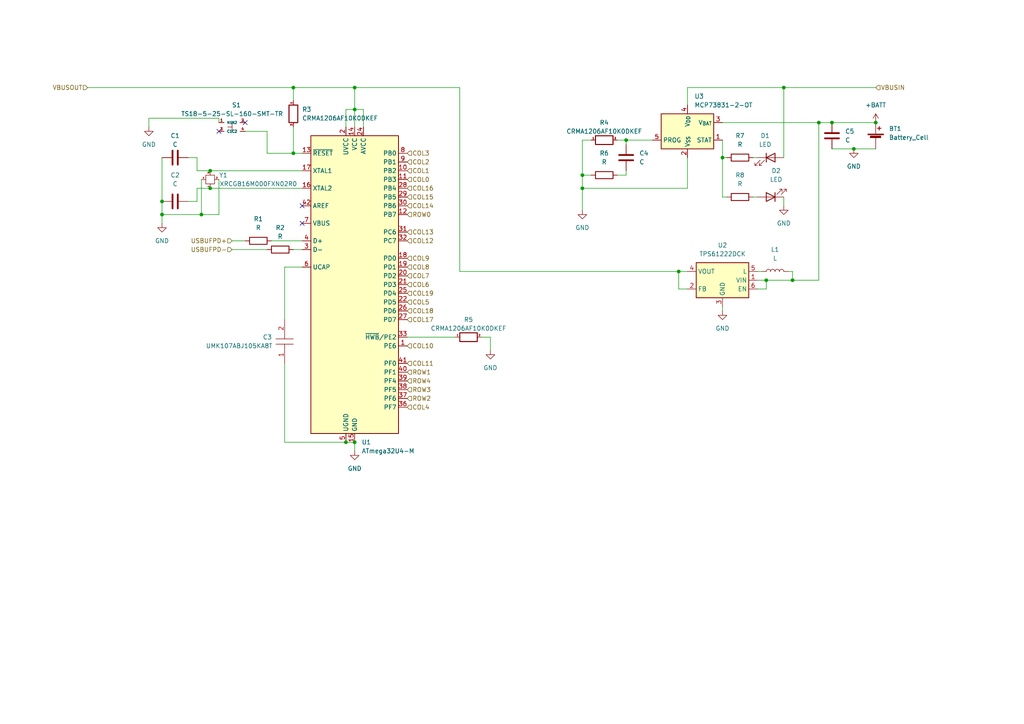
<source format=kicad_sch>
(kicad_sch (version 20230121) (generator eeschema)
  (paper "A4")
  (lib_symbols
    (symbol "Battery_Management:MCP73831-2-OT"
      (property "Reference" "U" (at -7.62 6.35 0))
      (property "Value" "MCP73831-2-OT" (at 1.27 6.35 0))
      (symbol "MCP73831-2-OT_0_1"
        (rectangle (start -7.62 5.08) (end 7.62 -5.08) (stroke (width 0.254)) (fill (type background)))
      )
      (symbol "MCP73831-2-OT_1_1"
        (pin output line (at 10.16 -2.54 180) (length 2.54) (name "STAT") (number "1"))
        (pin power_in line (at 0 -7.62 90) (length 2.54) (name "V_{SS}") (number "2"))
        (pin power_out line (at 10.16 2.54 180) (length 2.54) (name "V_{BAT}") (number "3"))
        (pin power_in line (at 0 7.62 270) (length 2.54) (name "V_{DD}") (number "4"))
        (pin input line (at -10.16 -2.54 0) (length 2.54) (name "PROG") (number "5"))
      )
    )
    (symbol "CRMA1206AF10K0DKEF_1" (pin_names (offset 0.762))
      (property "Reference" "R3" (at 2.54 -3.1749 90))
      (property "Value" "CRMA1206AF10K0DKEF" (at 2.54 -5.7149 90))
      (symbol "CRMA1206AF10K0DKEF_1_0_0"
        (pin passive line (at -3.81 0 0) (length 1.27) (name "~") (number "1"))
        (pin passive line (at 3.81 0 180) (length 1.27) (name "~") (number "2"))
      )
      (symbol "CRMA1206AF10K0DKEF_1_0_1"
        (polyline (pts (xy -2.54 1.27) (xy 2.54 1.27) (xy 2.54 -1.27) (xy -2.54 -1.27) (xy -2.54 1.27)) (stroke (width 0.3)))
      )
    )
    (symbol "Device:Battery_Cell" (pin_numbers hide) (pin_names (offset 0) hide)
      (property "Reference" "BT" (at 2.54 2.54 0))
      (property "Value" "Battery_Cell" (at 2.54 0 0))
      (symbol "Battery_Cell_0_1"
        (rectangle (start -2.286 1.778) (end 2.286 1.524) (fill (type outline)))
        (rectangle (start -1.5748 1.1938) (end 1.4732 0.6858) (fill (type outline)))
        (polyline (pts (xy 0 0.762) (xy 0 0)))
        (polyline (pts (xy 0 1.778) (xy 0 2.54)))
        (polyline (pts (xy 0.508 3.429) (xy 1.524 3.429)) (stroke (width 0.254)))
        (polyline (pts (xy 1.016 3.937) (xy 1.016 2.921)) (stroke (width 0.254)))
      )
      (symbol "Battery_Cell_1_1"
        (pin passive line (at 0 5.08 270) (length 2.54) (name "+") (number "1"))
        (pin passive line (at 0 -2.54 90) (length 2.54) (name "-") (number "2"))
      )
    )
    (symbol "Device:C" (pin_numbers hide) (pin_names (offset 0.254))
      (property "Reference" "C" (at 0.635 2.54 0))
      (property "Value" "C" (at 0.635 -2.54 0))
      (symbol "C_0_1"
        (polyline (pts (xy -2.032 -0.762) (xy 2.032 -0.762)) (stroke (width 0.508)))
        (polyline (pts (xy -2.032 0.762) (xy 2.032 0.762)) (stroke (width 0.508)))
      )
      (symbol "C_1_1"
        (pin passive line (at 0 3.81 270) (length 2.794) (name "~") (number "1"))
        (pin passive line (at 0 -3.81 90) (length 2.794) (name "~") (number "2"))
      )
    )
    (symbol "Device:L" (pin_numbers hide) (pin_names (offset 1.016) hide)
      (property "Reference" "L" (at -1.27 0 90))
      (property "Value" "L" (at 1.905 0 90))
      (symbol "L_0_1"
        (arc (start 0 -2.54) (mid 0.6323 -1.905) (end 0 -1.27))
        (arc (start 0 -1.27) (mid 0.6323 -0.635) (end 0 0))
        (arc (start 0 0) (mid 0.6323 0.635) (end 0 1.27))
        (arc (start 0 1.27) (mid 0.6323 1.905) (end 0 2.54))
      )
      (symbol "L_1_1"
        (pin passive line (at 0 3.81 270) (length 1.27) (name "1") (number "1"))
        (pin passive line (at 0 -3.81 90) (length 1.27) (name "2") (number "2"))
      )
    )
    (symbol "Device:LED" (pin_numbers hide) (pin_names (offset 1.016) hide)
      (property "Reference" "D" (at 0 2.54 0))
      (property "Value" "LED" (at 0 -2.54 0))
      (symbol "LED_0_1"
        (polyline (pts (xy -1.27 -1.27) (xy -1.27 1.27)) (stroke (width 0.254)))
        (polyline (pts (xy -1.27 0) (xy 1.27 0)))
        (polyline (pts (xy 1.27 -1.27) (xy 1.27 1.27) (xy -1.27 0) (xy 1.27 -1.27)) (stroke (width 0.254)))
        (polyline (pts (xy -3.048 -0.762) (xy -4.572 -2.286) (xy -3.81 -2.286) (xy -4.572 -2.286) (xy -4.572 -1.524)))
        (polyline (pts (xy -1.778 -0.762) (xy -3.302 -2.286) (xy -2.54 -2.286) (xy -3.302 -2.286) (xy -3.302 -1.524)))
      )
      (symbol "LED_1_1"
        (pin passive line (at -3.81 0 0) (length 2.54) (name "K") (number "1"))
        (pin passive line (at 3.81 0 180) (length 2.54) (name "A") (number "2"))
      )
    )
    (symbol "Device:R" (pin_numbers hide) (pin_names (offset 0))
      (property "Reference" "R" (at 2.032 0 90))
      (property "Value" "R" (at 0 0 90))
      (symbol "R_0_1"
        (rectangle (start -1.016 -2.54) (end 1.016 2.54) (stroke (width 0.254)))
      )
      (symbol "R_1_1"
        (pin passive line (at 0 3.81 270) (length 1.27) (name "~") (number "1"))
        (pin passive line (at 0 -3.81 90) (length 1.27) (name "~") (number "2"))
      )
    )
    (symbol "MCU_Microchip_ATmega:ATmega32U4-M"
      (property "Reference" "U" (at -12.7 44.45 0))
      (property "Value" "ATmega32U4-M" (at 2.54 -44.45 0))
      (symbol "ATmega32U4-M_0_1"
        (rectangle (start -12.7 -43.18) (end 12.7 43.18) (stroke (width 0.254)) (fill (type background)))
      )
      (symbol "ATmega32U4-M_1_1"
        (pin bidirectional line (at 15.24 -17.78 180) (length 2.54) (name "PE6") (number "1"))
        (pin bidirectional line (at 15.24 33.02 180) (length 2.54) (name "PB2") (number "10"))
        (pin bidirectional line (at 15.24 30.48 180) (length 2.54) (name "PB3") (number "11"))
        (pin bidirectional line (at 15.24 20.32 180) (length 2.54) (name "PB7") (number "12"))
        (pin input line (at -15.24 38.1 0) (length 2.54) (name "~{RESET}") (number "13"))
        (pin power_in line (at 0 45.72 270) (length 2.54) (name "VCC") (number "14"))
        (pin power_in line (at 0 -45.72 90) (length 2.54) (name "GND") (number "15"))
        (pin output line (at -15.24 27.94 0) (length 2.54) (name "XTAL2") (number "16"))
        (pin input line (at -15.24 33.02 0) (length 2.54) (name "XTAL1") (number "17"))
        (pin bidirectional line (at 15.24 7.62 180) (length 2.54) (name "PD0") (number "18"))
        (pin bidirectional line (at 15.24 5.08 180) (length 2.54) (name "PD1") (number "19"))
        (pin power_in line (at -2.54 45.72 270) (length 2.54) (name "UVCC") (number "2"))
        (pin bidirectional line (at 15.24 2.54 180) (length 2.54) (name "PD2") (number "20"))
        (pin bidirectional line (at 15.24 0 180) (length 2.54) (name "PD3") (number "21"))
        (pin bidirectional line (at 15.24 -5.08 180) (length 2.54) (name "PD5") (number "22"))
        (pin passive line (at 0 -45.72 90) (length 2.54) hide (name "GND") (number "23"))
        (pin power_in line (at 2.54 45.72 270) (length 2.54) (name "AVCC") (number "24"))
        (pin bidirectional line (at 15.24 -2.54 180) (length 2.54) (name "PD4") (number "25"))
        (pin bidirectional line (at 15.24 -7.62 180) (length 2.54) (name "PD6") (number "26"))
        (pin bidirectional line (at 15.24 -10.16 180) (length 2.54) (name "PD7") (number "27"))
        (pin bidirectional line (at 15.24 27.94 180) (length 2.54) (name "PB4") (number "28"))
        (pin bidirectional line (at 15.24 25.4 180) (length 2.54) (name "PB5") (number "29"))
        (pin bidirectional line (at -15.24 10.16 0) (length 2.54) (name "D-") (number "3"))
        (pin bidirectional line (at 15.24 22.86 180) (length 2.54) (name "PB6") (number "30"))
        (pin bidirectional line (at 15.24 15.24 180) (length 2.54) (name "PC6") (number "31"))
        (pin bidirectional line (at 15.24 12.7 180) (length 2.54) (name "PC7") (number "32"))
        (pin bidirectional line (at 15.24 -15.24 180) (length 2.54) (name "~{HWB}/PE2") (number "33"))
        (pin passive line (at 0 45.72 270) (length 2.54) hide (name "VCC") (number "34"))
        (pin passive line (at 0 -45.72 90) (length 2.54) hide (name "GND") (number "35"))
        (pin bidirectional line (at 15.24 -35.56 180) (length 2.54) (name "PF7") (number "36"))
        (pin bidirectional line (at 15.24 -33.02 180) (length 2.54) (name "PF6") (number "37"))
        (pin bidirectional line (at 15.24 -30.48 180) (length 2.54) (name "PF5") (number "38"))
        (pin bidirectional line (at 15.24 -27.94 180) (length 2.54) (name "PF4") (number "39"))
        (pin bidirectional line (at -15.24 12.7 0) (length 2.54) (name "D+") (number "4"))
        (pin bidirectional line (at 15.24 -25.4 180) (length 2.54) (name "PF1") (number "40"))
        (pin bidirectional line (at 15.24 -22.86 180) (length 2.54) (name "PF0") (number "41"))
        (pin passive line (at -15.24 22.86 0) (length 2.54) (name "AREF") (number "42"))
        (pin passive line (at 0 -45.72 90) (length 2.54) hide (name "GND") (number "43"))
        (pin passive line (at 2.54 45.72 270) (length 2.54) hide (name "AVCC") (number "44"))
        (pin passive line (at 0 -45.72 90) (length 2.54) hide (name "GND") (number "45"))
        (pin passive line (at -2.54 -45.72 90) (length 2.54) (name "UGND") (number "5"))
        (pin passive line (at -15.24 5.08 0) (length 2.54) (name "UCAP") (number "6"))
        (pin input line (at -15.24 17.78 0) (length 2.54) (name "VBUS") (number "7"))
        (pin bidirectional line (at 15.24 38.1 180) (length 2.54) (name "PB0") (number "8"))
        (pin bidirectional line (at 15.24 35.56 180) (length 2.54) (name "PB1") (number "9"))
      )
    )
    (symbol "Regulator_Switching:TPS61222DCK"
      (property "Reference" "U" (at -7.62 6.35 0))
      (property "Value" "TPS61222DCK" (at 2.54 6.35 0))
      (symbol "TPS61222DCK_0_1"
        (rectangle (start -7.62 5.08) (end 7.62 -5.08) (stroke (width 0.254)) (fill (type background)))
      )
      (symbol "TPS61222DCK_1_1"
        (pin power_in line (at -10.16 0 0) (length 2.54) (name "VIN") (number "1"))
        (pin input line (at 10.16 -2.54 180) (length 2.54) (name "FB") (number "2"))
        (pin power_in line (at 0 -7.62 90) (length 2.54) (name "GND") (number "3"))
        (pin power_out line (at 10.16 2.54 180) (length 2.54) (name "VOUT") (number "4"))
        (pin power_in line (at -10.16 2.54 0) (length 2.54) (name "L") (number "5"))
        (pin input line (at -10.16 -2.54 0) (length 2.54) (name "EN") (number "6"))
      )
    )
    (symbol "keyboard_syms:CRMA1206AF10K0DKEF" (pin_names (offset 0.762))
      (property "Reference" "R" (at 6.35 6.35 0))
      (property "Value" "CRMA1206AF10K0DKEF" (at 6.35 3.81 0))
      (symbol "CRMA1206AF10K0DKEF_0_0"
        (pin passive line (at -3.81 0 0) (length 1.27) (name "~") (number "1"))
        (pin passive line (at 3.81 0 180) (length 1.27) (name "~") (number "2"))
      )
      (symbol "CRMA1206AF10K0DKEF_0_1"
        (polyline (pts (xy -2.54 1.27) (xy 2.54 1.27) (xy 2.54 -1.27) (xy -2.54 -1.27) (xy -2.54 1.27)) (stroke (width 0.3)))
      )
    )
    (symbol "keyboard_syms:TS18-5-25-SL-160-SMT-TR" (pin_names (offset 0.762))
      (property "Reference" "S" (at 3.81 5.08 0))
      (property "Value" "TS18-5-25-SL-160-SMT-TR" (at -10.16 2.54 0))
      (symbol "TS18-5-25-SL-160-SMT-TR_0_0"
        (pin passive line (at 0 -1.27 0) (length 1.5) (name "N1") (number "1"))
        (pin passive line (at 7.62 -1.27 180) (length 1.5) (name "N2") (number "2"))
        (pin passive line (at 0 -3.81 0) (length 1.5) (name "C1") (number "3"))
        (pin passive line (at 7.62 -3.81 180) (length 1.5) (name "C2") (number "4"))
      )
      (symbol "TS18-5-25-SL-160-SMT-TR_0_1"
        (polyline (pts (xy 3.81 -2.54) (xy 2.54 -2.54)))
        (polyline (pts (xy 3.81 -1.27) (xy 3.81 -3.81)))
        (polyline (pts (xy 7.62 -3.81) (xy 7.62 -3.81)))
      )
    )
    (symbol "keyboard_syms:UMK107ABJ105KA8T" (pin_names (offset 0.762))
      (property "Reference" "C" (at 8.89 6.35 0))
      (property "Value" "UMK107ABJ105KA8T" (at 8.89 3.81 0))
      (symbol "UMK107ABJ105KA8T_0_0"
        (pin passive line (at 0 0 0) (length 5.08) (name "~") (number "1"))
        (pin passive line (at 12.7 0 180) (length 5.08) (name "~") (number "2"))
      )
      (symbol "UMK107ABJ105KA8T_0_1"
        (polyline (pts (xy 5.08 0) (xy 5.588 0)) (stroke (width 0.1524)))
        (polyline (pts (xy 5.588 2.54) (xy 5.588 -2.54)) (stroke (width 0.1524)))
        (polyline (pts (xy 7.112 0) (xy 7.62 0)) (stroke (width 0.1524)))
        (polyline (pts (xy 7.112 2.54) (xy 7.112 -2.54)) (stroke (width 0.1524)))
      )
    )
    (symbol "keyboard_syms:XRCGB16M000FXN02R0" (pin_names (offset 0.762))
      (property "Reference" "Y" (at 11.2189 7.3459 0))
      (property "Value" "XRCGB16M000FXN02R0" (at 11.2189 4.8059 0))
      (symbol "XRCGB16M000FXN02R0_0_0"
        (pin passive line (at 0 -2.54 90) (length 1.2) (name "") (number "1"))
        (pin passive line (at 2.54 0 180) (length 1.2) (name "") (number "2"))
        (pin passive line (at 0 2.54 270) (length 1.2) (name "") (number "3"))
        (pin passive line (at -2.54 0 0) (length 1.2) (name "") (number "4"))
      )
      (symbol "XRCGB16M000FXN02R0_0_1"
        (rectangle (start -1.27 1.27) (end 1.27 -1.27))
        (rectangle (start 2.54 -1.27) (end 2.54 -1.27))
      )
    )
    (symbol "power:+BATT" (power) (pin_names (offset 0))
      (property "Value" "+BATT" (at 0 3.556 0))
      (symbol "+BATT_0_1"
        (polyline (pts (xy -0.762 1.27) (xy 0 2.54)))
        (polyline (pts (xy 0 0) (xy 0 2.54)))
        (polyline (pts (xy 0 2.54) (xy 0.762 1.27)))
      )
      (symbol "+BATT_1_1"
        (pin power_in line (at 0 0 90) (length 0) hide (name "+BATT") (number "1"))
      )
    )
    (symbol "power:GND" (power) (pin_names (offset 0))
      (property "Value" "GND" (at 0 -3.81 0))
      (symbol "GND_0_1"
        (polyline (pts (xy 0 0) (xy 0 -1.27) (xy 1.27 -1.27) (xy 0 -2.54) (xy -1.27 -1.27) (xy 0 -1.27)))
      )
      (symbol "GND_1_1"
        (pin power_in line (at 0 0 270) (length 0) hide (name "GND") (number "1"))
      )
    )
  )
  (junction (at 229.87 81.28))
  (junction (at 181.61 40.64))
  (junction (at 46.99 58.42))
  (junction (at 102.87 25.4))
  (junction (at 222.25 81.28))
  (junction (at 102.87 128.27))
  (junction (at 102.87 31.75))
  (junction (at 168.91 50.8))
  (junction (at 247.65 43.18))
  (junction (at 237.49 35.56))
  (junction (at 60.96 49.53))
  (junction (at 60.96 54.61))
  (junction (at 85.09 25.4))
  (junction (at 85.09 44.45))
  (junction (at 241.3 35.56))
  (junction (at 196.85 78.74))
  (junction (at 100.33 128.27))
  (junction (at 227.33 25.4))
  (junction (at 168.91 54.61))
  (junction (at 46.99 62.23))
  (junction (at 254 35.56))
  (junction (at 58.42 62.23))
  (junction (at 209.55 45.72))
  (no_connect (at 87.63 59.69))
  (no_connect (at 63.5 38.1))
  (no_connect (at 71.12 35.56))
  (no_connect (at 87.63 64.77))
  (wire (pts (xy 237.49 35.56) (xy 237.49 81.28)))
  (wire (pts (xy 209.55 45.72) (xy 209.55 57.15)))
  (wire (pts (xy 46.99 62.23) (xy 46.99 64.77)))
  (wire (pts (xy 25.4 25.4) (xy 85.09 25.4)))
  (wire (pts (xy 219.71 45.72) (xy 218.44 45.72)))
  (wire (pts (xy 228.6 78.74) (xy 229.87 78.74)))
  (wire (pts (xy 58.42 62.23) (xy 63.5 62.23)))
  (wire (pts (xy 168.91 40.64) (xy 171.45 40.64)))
  (wire (pts (xy 102.87 31.75) (xy 102.87 36.83)))
  (wire (pts (xy 199.39 54.61) (xy 168.91 54.61)))
  (wire (pts (xy 82.55 105.41) (xy 82.55 128.27)))
  (wire (pts (xy 100.33 31.75) (xy 100.33 36.83)))
  (wire (pts (xy 102.87 128.27) (xy 102.87 130.81)))
  (wire (pts (xy 85.09 36.83) (xy 85.09 44.45)))
  (wire (pts (xy 85.09 25.4) (xy 85.09 29.21)))
  (wire (pts (xy 60.96 49.53) (xy 87.63 49.53)))
  (wire (pts (xy 219.71 57.15) (xy 218.44 57.15)))
  (wire (pts (xy 85.09 44.45) (xy 87.63 44.45)))
  (wire (pts (xy 179.07 40.64) (xy 181.61 40.64)))
  (wire (pts (xy 77.47 38.1) (xy 77.47 44.45)))
  (wire (pts (xy 67.31 69.85) (xy 71.12 69.85)))
  (wire (pts (xy 247.65 43.18) (xy 254 43.18)))
  (wire (pts (xy 241.3 35.56) (xy 254 35.56)))
  (wire (pts (xy 60.96 54.61) (xy 87.63 54.61)))
  (wire (pts (xy 181.61 49.53) (xy 181.61 50.8)))
  (wire (pts (xy 168.91 50.8) (xy 168.91 54.61)))
  (wire (pts (xy 181.61 50.8) (xy 179.07 50.8)))
  (wire (pts (xy 209.55 57.15) (xy 210.82 57.15)))
  (wire (pts (xy 168.91 40.64) (xy 168.91 50.8)))
  (wire (pts (xy 78.74 69.85) (xy 87.63 69.85)))
  (wire (pts (xy 199.39 25.4) (xy 199.39 30.48)))
  (wire (pts (xy 46.99 58.42) (xy 46.99 45.72)))
  (wire (pts (xy 57.15 49.53) (xy 60.96 49.53)))
  (wire (pts (xy 105.41 36.83) (xy 105.41 31.75)))
  (wire (pts (xy 241.3 43.18) (xy 247.65 43.18)))
  (wire (pts (xy 209.55 40.64) (xy 209.55 45.72)))
  (wire (pts (xy 63.5 62.23) (xy 63.5 52.07)))
  (wire (pts (xy 63.5 34.29) (xy 43.18 34.29)))
  (wire (pts (xy 57.15 54.61) (xy 57.15 58.42)))
  (wire (pts (xy 118.11 97.79) (xy 132.08 97.79)))
  (wire (pts (xy 209.55 35.56) (xy 237.49 35.56)))
  (wire (pts (xy 199.39 83.82) (xy 196.85 83.82)))
  (wire (pts (xy 58.42 52.07) (xy 58.42 62.23)))
  (wire (pts (xy 209.55 45.72) (xy 210.82 45.72)))
  (wire (pts (xy 77.47 44.45) (xy 85.09 44.45)))
  (wire (pts (xy 181.61 40.64) (xy 189.23 40.64)))
  (wire (pts (xy 220.98 78.74) (xy 219.71 78.74)))
  (wire (pts (xy 46.99 62.23) (xy 58.42 62.23)))
  (wire (pts (xy 227.33 25.4) (xy 227.33 45.72)))
  (wire (pts (xy 199.39 78.74) (xy 196.85 78.74)))
  (wire (pts (xy 57.15 45.72) (xy 57.15 49.53)))
  (wire (pts (xy 142.24 97.79) (xy 142.24 101.6)))
  (wire (pts (xy 133.35 78.74) (xy 133.35 25.4)))
  (wire (pts (xy 196.85 83.82) (xy 196.85 78.74)))
  (wire (pts (xy 199.39 45.72) (xy 199.39 54.61)))
  (wire (pts (xy 54.61 58.42) (xy 57.15 58.42)))
  (wire (pts (xy 85.09 25.4) (xy 102.87 25.4)))
  (wire (pts (xy 196.85 78.74) (xy 133.35 78.74)))
  (wire (pts (xy 237.49 35.56) (xy 241.3 35.56)))
  (wire (pts (xy 229.87 81.28) (xy 222.25 81.28)))
  (wire (pts (xy 237.49 81.28) (xy 229.87 81.28)))
  (wire (pts (xy 82.55 128.27) (xy 100.33 128.27)))
  (wire (pts (xy 227.33 25.4) (xy 254 25.4)))
  (wire (pts (xy 181.61 40.64) (xy 181.61 41.91)))
  (wire (pts (xy 67.31 72.39) (xy 77.47 72.39)))
  (wire (pts (xy 85.09 72.39) (xy 87.63 72.39)))
  (wire (pts (xy 43.18 34.29) (xy 43.18 36.83)))
  (wire (pts (xy 87.63 77.47) (xy 82.55 77.47)))
  (wire (pts (xy 222.25 81.28) (xy 219.71 81.28)))
  (wire (pts (xy 100.33 31.75) (xy 102.87 31.75)))
  (wire (pts (xy 168.91 54.61) (xy 168.91 60.96)))
  (wire (pts (xy 57.15 54.61) (xy 60.96 54.61)))
  (wire (pts (xy 46.99 58.42) (xy 46.99 62.23)))
  (wire (pts (xy 133.35 25.4) (xy 102.87 25.4)))
  (wire (pts (xy 222.25 83.82) (xy 222.25 81.28)))
  (wire (pts (xy 102.87 31.75) (xy 105.41 31.75)))
  (wire (pts (xy 100.33 128.27) (xy 102.87 128.27)))
  (wire (pts (xy 227.33 57.15) (xy 227.33 59.69)))
  (wire (pts (xy 102.87 25.4) (xy 102.87 31.75)))
  (wire (pts (xy 219.71 83.82) (xy 222.25 83.82)))
  (wire (pts (xy 209.55 90.17) (xy 209.55 88.9)))
  (wire (pts (xy 139.7 97.79) (xy 142.24 97.79)))
  (wire (pts (xy 57.15 45.72) (xy 54.61 45.72)))
  (wire (pts (xy 63.5 34.29) (xy 63.5 35.56)))
  (wire (pts (xy 199.39 25.4) (xy 227.33 25.4)))
  (wire (pts (xy 77.47 38.1) (xy 71.12 38.1)))
  (wire (pts (xy 168.91 50.8) (xy 171.45 50.8)))
  (wire (pts (xy 229.87 78.74) (xy 229.87 81.28)))
  (wire (pts (xy 82.55 77.47) (xy 82.55 92.71)))
  (hierarchical_label "VBUSOUT" (shape input) (at 25.4 25.4 180))
  (hierarchical_label "ROW1" (shape input) (at 118.11 107.95 0))
  (hierarchical_label "USBUFPD-" (shape input) (at 67.31 72.39 180))
  (hierarchical_label "COL14" (shape input) (at 118.11 59.69 0))
  (hierarchical_label "COL1" (shape input) (at 118.11 49.53 0))
  (hierarchical_label "USBUFPD+" (shape input) (at 67.31 69.85 180))
  (hierarchical_label "ROW3" (shape input) (at 118.11 113.03 0))
  (hierarchical_label "COL10" (shape input) (at 118.11 100.33 0))
  (hierarchical_label "COL17" (shape input) (at 118.11 92.71 0))
  (hierarchical_label "COL2" (shape input) (at 118.11 46.99 0))
  (hierarchical_label "COL12" (shape input) (at 118.11 69.85 0))
  (hierarchical_label "COL18" (shape input) (at 118.11 90.17 0))
  (hierarchical_label "COL15" (shape input) (at 118.11 57.15 0))
  (hierarchical_label "COL9" (shape input) (at 118.11 74.93 0))
  (hierarchical_label "VBUSIN" (shape input) (at 254 25.4 0))
  (hierarchical_label "COL19" (shape input) (at 118.11 85.09 0))
  (hierarchical_label "COL16" (shape input) (at 118.11 54.61 0))
  (hierarchical_label "COL0" (shape input) (at 118.11 52.07 0))
  (hierarchical_label "COL6" (shape input) (at 118.11 82.55 0))
  (hierarchical_label "COL4" (shape input) (at 118.11 118.11 0))
  (hierarchical_label "COL7" (shape input) (at 118.11 80.01 0))
  (hierarchical_label "COL8" (shape input) (at 118.11 77.47 0))
  (hierarchical_label "COL3" (shape input) (at 118.11 44.45 0))
  (hierarchical_label "ROW2" (shape input) (at 118.11 115.57 0))
  (hierarchical_label "COL11" (shape input) (at 118.11 105.41 0))
  (hierarchical_label "ROW4" (shape input) (at 118.11 110.49 0))
  (hierarchical_label "COL5" (shape input) (at 118.11 87.63 0))
  (hierarchical_label "COL13" (shape input) (at 118.11 67.31 0))
  (hierarchical_label "ROW0" (shape input) (at 118.11 62.23 0))
  (symbol (lib_id "Device:R") (at 175.26 50.8 270) (unit 1)
    (property "Reference" "R6" (at 175.26 44.45 90))
    (property "Value" "R" (at 175.26 46.99 90))
  )
  (symbol (lib_id "Device:R") (at 74.93 69.85 90) (unit 1)
    (property "Reference" "R1" (at 74.93 63.5 90))
    (property "Value" "R" (at 74.93 66.04 90))
  )
  (symbol (lib_id "Device:L") (at 224.79 78.74 90) (unit 1)
    (property "Reference" "L1" (at 224.79 72.39 90))
    (property "Value" "L" (at 224.79 74.93 90))
  )
  (symbol (lib_id "keyboard_syms:CRMA1206AF10K0DKEF") (at 135.89 97.79 0) (unit 1)
    (property "Reference" "R5" (at 135.89 92.71 0))
    (property "Value" "CRMA1206AF10K0DKEF" (at 135.89 95.25 0))
    (property "Footprint" "RESC3216X74N" (effects hide))
    (property "Datasheet" "https://www.vishay.com/docs/68043/crma.pdf" (effects hide))
    (property "Description" "Thick Film Resistors - SMD 0.30W 10Kohm .5% AEC-Q200" (effects hide))
    (property "Height" "0.74" (effects hide))
    (property "Mouser Part Number" "71-CRMA1206AF10K0DKF" (effects hide))
    (property "Mouser Price/Stock" "https://www.mouser.co.uk/ProductDetail/Vishay/CRMA1206AF10K0DKEF?qs=QNEnbhJQKvbmEa6uzWLn8A%3D%3D" (effects hide))
    (property "Manufacturer_Name" "Vishay" (effects hide))
    (property "Manufacturer_Part_Number" "CRMA1206AF10K0DKEF" (effects hide))
  )
  (symbol (lib_id "power:GND") (at 209.55 90.17 0) (unit 1)
    (property "Reference" "#PWR010" (effects hide))
    (property "Value" "GND" (at 209.55 95.25 0))
  )
  (symbol (lib_id "keyboard_syms:UMK107ABJ105KA8T") (at 82.55 105.41 90) (unit 1)
    (property "Reference" "C3" (at 76.2 97.79 90) (effects (justify right)))
    (property "Value" "UMK107ABJ105KA8T" (at 59.69 100.33 90) (effects (justify right)))
    (property "Footprint" "CAPC1608X95N" (effects hide))
    (property "Datasheet" "https://pdf1.alldatasheet.com/datasheet-pdf/view/1191673/TAIYO-YUDEN/UMK107ABJ105KA8T.html" (effects hide))
    (property "Description" "Multilayer Ceramic Capacitors MLCC - SMD/SMT 0603 50VDC 1uF 10% X5R" (effects hide))
    (property "Height" "0.95" (effects hide))
    (property "Mouser Part Number" "963-UMK107ABJ105KA8T" (effects hide))
    (property "Mouser Price/Stock" "https://www.mouser.co.uk/ProductDetail/Taiyo-Yuden/UMK107ABJ105KA8T?qs=DPoM0jnrROWC9xm3Xn18%252BQ%3D%3D" (effects hide))
    (property "Manufacturer_Name" "TAIYO YUDEN" (effects hide))
    (property "Manufacturer_Part_Number" "UMK107ABJ105KA8T" (effects hide))
  )
  (symbol (lib_id "Device:R") (at 214.63 45.72 270) (mirror x) (unit 1)
    (property "Reference" "R7" (at 214.63 39.37 90))
    (property "Value" "R" (at 214.63 41.91 90))
  )
  (symbol (lib_id "keyboard_syms:XRCGB16M000FXN02R0") (at 60.96 52.07 0) (unit 1)
    (property "Reference" "Y1" (at 64.77 50.8 0))
    (property "Value" "XRCGB16M000FXN02R0" (at 74.93 53.34 0))
    (property "Footprint" "XRCGB16M000FXN02R0" (effects hide))
    (property "Datasheet" "https://www.arrow.com/en/products/xrcgb16m000fxn02r0/murata-power-solutions" (effects hide))
    (property "Description" "2.0x1.6x0.65mm 16MHz Crystal +/-40ppm Initial tolerance (Total)" (effects hide))
    (property "Height" "0.7" (effects hide))
    (property "Mouser Part Number" "81-XRCGB16M000FXN02R" (effects hide))
    (property "Mouser Price/Stock" "https://www.mouser.co.uk/ProductDetail/Murata-Electronics/XRCGB16M000FXN02R0?qs=rrS6PyfT74cg1tYp2g5aug%3D%3D" (effects hide))
    (property "Manufacturer_Name" "Murata Electronics" (effects hide))
    (property "Manufacturer_Part_Number" "XRCGB16M000FXN02R0" (effects hide))
  )
  (symbol (lib_id "power:+BATT") (at 254 35.56 0) (unit 1)
    (property "Reference" "#PWR013" (effects hide))
    (property "Value" "+BATT" (at 254 30.48 0))
  )
  (symbol (lib_id "power:GND") (at 227.33 59.69 0) (unit 1)
    (property "Reference" "#PWR011" (effects hide))
    (property "Value" "GND" (at 227.33 64.77 0))
  )
  (symbol (lib_id "power:GND") (at 168.91 60.96 0) (unit 1)
    (property "Reference" "#PWR08" (effects hide))
    (property "Value" "GND" (at 168.91 66.04 0))
  )
  (symbol (lib_id "Device:C") (at 50.8 45.72 270) (unit 1)
    (property "Reference" "C1" (at 50.8 39.37 90))
    (property "Value" "C" (at 50.8 41.91 90))
  )
  (symbol (lib_id "power:GND") (at 142.24 101.6 0) (unit 1)
    (property "Reference" "#PWR09" (effects hide))
    (property "Value" "GND" (at 142.24 106.68 0))
  )
  (symbol (lib_id "keyboard_syms:CRMA1206AF10K0DKEF") (at 175.26 40.64 0) (unit 1)
    (property "Reference" "R4" (at 175.26 35.56 0))
    (property "Value" "CRMA1206AF10K0DKEF" (at 175.26 38.1 0))
    (property "Footprint" "RESC3216X74N" (effects hide))
    (property "Datasheet" "https://www.vishay.com/docs/68043/crma.pdf" (effects hide))
    (property "Description" "Thick Film Resistors - SMD 0.30W 10Kohm .5% AEC-Q200" (effects hide))
    (property "Height" "0.74" (effects hide))
    (property "Mouser Part Number" "71-CRMA1206AF10K0DKF" (effects hide))
    (property "Mouser Price/Stock" "https://www.mouser.co.uk/ProductDetail/Vishay/CRMA1206AF10K0DKEF?qs=QNEnbhJQKvbmEa6uzWLn8A%3D%3D" (effects hide))
    (property "Manufacturer_Name" "Vishay" (effects hide))
    (property "Manufacturer_Part_Number" "CRMA1206AF10K0DKEF" (effects hide))
  )
  (symbol (lib_id "power:GND") (at 247.65 43.18 0) (unit 1)
    (property "Reference" "#PWR012" (effects hide))
    (property "Value" "GND" (at 247.65 48.26 0))
  )
  (symbol (lib_id "power:GND") (at 43.18 36.83 0) (unit 1)
    (property "Reference" "#PWR05" (effects hide))
    (property "Value" "GND" (at 43.18 41.91 0))
  )
  (symbol (lib_id "power:GND") (at 46.99 64.77 0) (unit 1)
    (property "Reference" "#PWR06" (effects hide))
    (property "Value" "GND" (at 46.99 69.85 0))
  )
  (symbol (lib_id "MCU_Microchip_ATmega:ATmega32U4-M") (at 102.87 82.55 0) (unit 1)
    (property "Reference" "U1" (at 104.8894 128.27 0) (effects (justify left)))
    (property "Value" "ATmega32U4-M" (at 104.8894 130.81 0) (effects (justify left)))
    (property "Footprint" "Package_DFN_QFN:QFN-44-1EP_7x7mm_P0.5mm_EP5.2x5.2mm" (effects hide))
    (property "Datasheet" "http://ww1.microchip.com/downloads/en/DeviceDoc/Atmel-7766-8-bit-AVR-ATmega16U4-32U4_Datasheet.pdf" (effects hide))
  )
  (symbol (lib_id "power:GND") (at 102.87 130.81 0) (unit 1)
    (property "Reference" "#PWR07" (effects hide))
    (property "Value" "GND" (at 102.87 135.89 0))
  )
  (symbol (lib_id "Device:C") (at 181.61 45.72 0) (unit 1)
    (property "Reference" "C4" (at 185.42 44.4499 0) (effects (justify left)))
    (property "Value" "C" (at 185.42 46.9899 0) (effects (justify left)))
  )
  (symbol (lib_id "Regulator_Switching:TPS61222DCK") (at 209.55 81.28 0) (mirror y) (unit 1)
    (property "Reference" "U2" (at 209.55 71.12 0))
    (property "Value" "TPS61222DCK" (at 209.55 73.66 0))
    (property "Footprint" "Package_TO_SOT_SMD:Texas_R-PDSO-G6" (effects hide))
    (property "Datasheet" "http://www.ti.com/lit/ds/symlink/tps61220.pdf" (effects hide))
  )
  (symbol (lib_id "Device:Battery_Cell") (at 254 40.64 0) (unit 1)
    (property "Reference" "BT1" (at 257.81 37.3379 0) (effects (justify left)))
    (property "Value" "Battery_Cell" (at 257.81 39.8779 0) (effects (justify left)))
  )
  (symbol (lib_id "Device:LED") (at 223.52 57.15 180) (unit 1)
    (property "Reference" "D2" (at 225.1075 49.53 0))
    (property "Value" "LED" (at 225.1075 52.07 0))
  )
  (symbol (lib_id "Device:C") (at 241.3 39.37 0) (unit 1)
    (property "Reference" "C5" (at 245.11 38.0999 0) (effects (justify left)))
    (property "Value" "C" (at 245.11 40.6399 0) (effects (justify left)))
  )
  (symbol (lib_id "Device:R") (at 214.63 57.15 90) (unit 1)
    (property "Reference" "R8" (at 214.63 50.8 90))
    (property "Value" "R" (at 214.63 53.34 90))
  )
  (symbol (lib_id "keyboard_syms:TS18-5-25-SL-160-SMT-TR") (at 63.5 34.29 0) (unit 1)
    (property "Reference" "S1" (at 68.58 30.48 0))
    (property "Value" "TS18-5-25-SL-160-SMT-TR" (at 67.31 33.02 0))
    (property "Footprint" "TS18525SL160SMTTR" (effects hide))
    (property "Datasheet" "https://www.cuidevices.com/product/resource/ts18.pdf" (effects hide))
    (property "Description" "Tactile Switches 5 x 5 mm, 2.5 mm Actuator Height, 160 gf, Silver, Surface Mount, TR, SPST, Tactile Switch" (effects hide))
    (property "Height" "2.6" (effects hide))
    (property "Manufacturer_Name" "CUI Devices" (effects hide))
    (property "Manufacturer_Part_Number" "TS18-5-25-SL-160-SMT-TR" (effects hide))
    (property "Mouser Part Number" "179-TS18525SL160SMTT" (effects hide))
    (property "Mouser Price/Stock" "https://www.mouser.co.uk/ProductDetail/CUI-Devices/TS18-5-25-SL-160-SMT-TR?qs=tlsG%2FOw5FFgGURAVArQGyg%3D%3D" (effects hide))
  )
  (symbol (lib_id "Device:LED") (at 223.52 45.72 0) (unit 1)
    (property "Reference" "D1" (at 221.9325 39.37 0))
    (property "Value" "LED" (at 221.9325 41.91 0))
  )
  (symbol (lib_id "Battery_Management:MCP73831-2-OT") (at 199.39 38.1 0) (unit 1)
    (property "Reference" "U3" (at 201.4094 27.94 0) (effects (justify left)))
    (property "Value" "MCP73831-2-OT" (at 201.4094 30.48 0) (effects (justify left)))
    (property "Footprint" "Package_TO_SOT_SMD:SOT-23-5" (effects hide))
    (property "Datasheet" "http://ww1.microchip.com/downloads/en/DeviceDoc/20001984g.pdf" (effects hide))
  )
  (symbol (lib_id "Device:C") (at 50.8 58.42 270) (unit 1)
    (property "Reference" "C2" (at 50.8 50.8 90))
    (property "Value" "C" (at 50.8 53.34 90))
  )
  (symbol (lib_name "CRMA1206AF10K0DKEF_1") (lib_id "keyboard_syms:CRMA1206AF10K0DKEF") (at 85.09 33.02 270) (unit 1)
    (property "Reference" "R3" (at 87.63 31.75 90) (effects (justify left)))
    (property "Value" "CRMA1206AF10K0DKEF" (at 87.63 34.29 90) (effects (justify left)))
    (property "Footprint" "RESC3216X74N" (effects hide))
    (property "Datasheet" "https://www.vishay.com/docs/68043/crma.pdf" (effects hide))
    (property "Description" "Thick Film Resistors - SMD 0.30W 10Kohm .5% AEC-Q200" (effects hide))
    (property "Height" "0.74" (effects hide))
    (property "Mouser Part Number" "71-CRMA1206AF10K0DKF" (effects hide))
    (property "Mouser Price/Stock" "https://www.mouser.co.uk/ProductDetail/Vishay/CRMA1206AF10K0DKEF?qs=QNEnbhJQKvbmEa6uzWLn8A%3D%3D" (effects hide))
    (property "Manufacturer_Name" "Vishay" (effects hide))
    (property "Manufacturer_Part_Number" "CRMA1206AF10K0DKEF" (effects hide))
  )
  (symbol (lib_id "Device:R") (at 81.28 72.39 90) (unit 1)
    (property "Reference" "R2" (at 81.28 66.04 90))
    (property "Value" "R" (at 81.28 68.58 90))
  )
)
</source>
